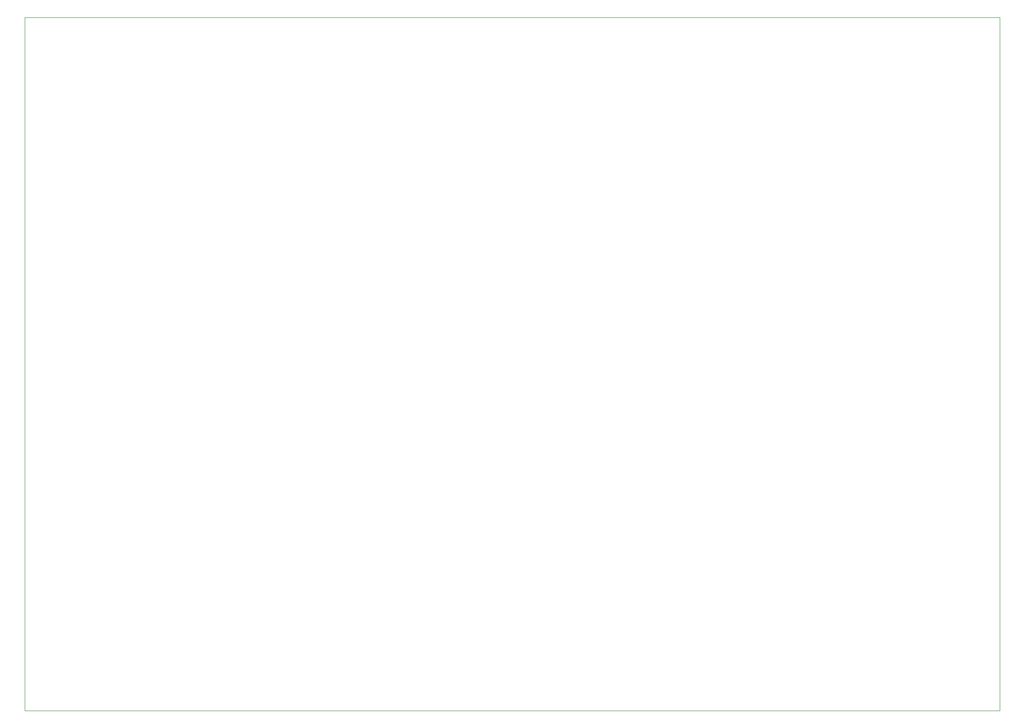
<source format=gbr>
G04 #@! TF.GenerationSoftware,KiCad,Pcbnew,5.1.5-1.fc31*
G04 #@! TF.CreationDate,2020-04-24T19:34:05+01:00*
G04 #@! TF.ProjectId,AR_A60_PA_25502_Issue8_v8.0_Stereo,41525f41-3630-45f5-9041-5f3235353032,rev?*
G04 #@! TF.SameCoordinates,Original*
G04 #@! TF.FileFunction,Profile,NP*
%FSLAX46Y46*%
G04 Gerber Fmt 4.6, Leading zero omitted, Abs format (unit mm)*
G04 Created by KiCad (PCBNEW 5.1.5-1.fc31) date 2020-04-24 19:34:05*
%MOMM*%
%LPD*%
G04 APERTURE LIST*
%ADD10C,0.050000*%
G04 APERTURE END LIST*
D10*
X241300000Y-149860000D02*
X60960000Y-149860000D01*
X241300000Y-21590000D02*
X241300000Y-149860000D01*
X60960000Y-21590000D02*
X241300000Y-21590000D01*
X60960000Y-149860000D02*
X60960000Y-21590000D01*
M02*

</source>
